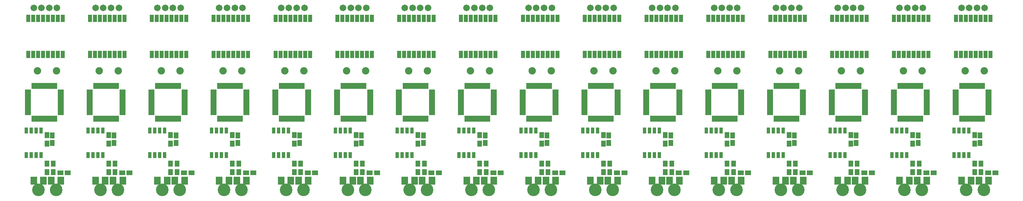
<source format=gbr>
G75*
G70*
%OFA0B0*%
%FSLAX25Y25*%
%IPPOS*%
%LPD*%
%AMOC8*
5,1,8,0,0,1.08239X$1,22.5*
%
%ADD16R,0.03937X0.06299*%
%ADD18C,0.12795*%
%ADD21C,0.07480*%
%ADD24R,0.06299X0.03937*%
%ADD25R,0.06299X0.04528*%
%ADD29R,0.04528X0.06299*%
%ADD34C,0.06724*%
%ADD35R,0.05118X0.06299*%
%ADD37C,0.00394*%
%ADD46R,0.03575X0.06075*%
%ADD47R,0.03937X0.07480*%
%ADD48R,0.06693X0.08268*%
%LPD*%X0000000Y0000000D02*
%LPD*%
G01*
D37*
D29*
X0031614Y0063712D03*
X0031614Y0056232D03*
D25*
X0039874Y0025972D03*
X0047354Y0025972D03*
D35*
X0026114Y0064303D03*
X0026114Y0055641D03*
X0026114Y0035303D03*
X0026114Y0026641D03*
X0032614Y0035303D03*
X0032614Y0026641D03*
D46*
X0020114Y0043972D03*
X0015114Y0043972D03*
X0010114Y0043972D03*
X0005114Y0043972D03*
X0005114Y0068972D03*
X0010114Y0068972D03*
X0015114Y0068972D03*
X0020114Y0068972D03*
D16*
X0012590Y0080740D03*
X0015740Y0080740D03*
X0018890Y0080740D03*
X0022039Y0080740D03*
X0025189Y0080740D03*
X0028338Y0080740D03*
X0031488Y0080740D03*
X0034638Y0080740D03*
D24*
X0040346Y0086448D03*
X0040346Y0089598D03*
X0040346Y0092748D03*
X0040346Y0095897D03*
X0040346Y0099047D03*
X0040346Y0102196D03*
X0040346Y0105346D03*
X0040346Y0108496D03*
D16*
X0034638Y0114204D03*
X0031488Y0114204D03*
X0028338Y0114204D03*
X0025189Y0114204D03*
X0022039Y0114204D03*
X0018890Y0114204D03*
X0015740Y0114204D03*
X0012590Y0114204D03*
D24*
X0006882Y0108496D03*
X0006882Y0105346D03*
X0006882Y0102196D03*
X0006882Y0099047D03*
X0006882Y0095897D03*
X0006882Y0092748D03*
X0006882Y0089598D03*
X0006882Y0086448D03*
D47*
X0007114Y0146165D03*
X0012114Y0146165D03*
X0017114Y0146165D03*
X0022114Y0146165D03*
X0027114Y0146165D03*
X0032114Y0146165D03*
X0037114Y0146165D03*
X0042114Y0146165D03*
X0042114Y0182779D03*
X0037114Y0182779D03*
X0032114Y0182779D03*
X0027114Y0182779D03*
X0022114Y0182779D03*
X0017114Y0182779D03*
X0012114Y0182779D03*
X0007114Y0182779D03*
D18*
X0035472Y0008472D03*
X0017756Y0008472D03*
D48*
X0030551Y0017724D03*
X0022677Y0017724D03*
X0040394Y0017724D03*
X0012834Y0017724D03*
D34*
X0036425Y0193472D03*
X0028551Y0193472D03*
X0020677Y0193472D03*
X0012803Y0193472D03*
D21*
X0016614Y0129472D03*
X0035827Y0129472D03*
%LPD*%X0062756Y0000000D02*
%LPD*%
G01*
D37*
D29*
X0094370Y0063712D03*
X0094370Y0056232D03*
D25*
X0102630Y0025972D03*
X0110110Y0025972D03*
D35*
X0088870Y0064303D03*
X0088870Y0055641D03*
X0088870Y0035303D03*
X0088870Y0026641D03*
X0095370Y0035303D03*
X0095370Y0026641D03*
D46*
X0082870Y0043972D03*
X0077870Y0043972D03*
X0072870Y0043972D03*
X0067870Y0043972D03*
X0067870Y0068972D03*
X0072870Y0068972D03*
X0077870Y0068972D03*
X0082870Y0068972D03*
D16*
X0075346Y0080740D03*
X0078496Y0080740D03*
X0081646Y0080740D03*
X0084795Y0080740D03*
X0087945Y0080740D03*
X0091094Y0080740D03*
X0094244Y0080740D03*
X0097394Y0080740D03*
D24*
X0103102Y0086448D03*
X0103102Y0089598D03*
X0103102Y0092748D03*
X0103102Y0095897D03*
X0103102Y0099047D03*
X0103102Y0102196D03*
X0103102Y0105346D03*
X0103102Y0108496D03*
D16*
X0097394Y0114204D03*
X0094244Y0114204D03*
X0091094Y0114204D03*
X0087945Y0114204D03*
X0084795Y0114204D03*
X0081646Y0114204D03*
X0078496Y0114204D03*
X0075346Y0114204D03*
D24*
X0069638Y0108496D03*
X0069638Y0105346D03*
X0069638Y0102196D03*
X0069638Y0099047D03*
X0069638Y0095897D03*
X0069638Y0092748D03*
X0069638Y0089598D03*
X0069638Y0086448D03*
D47*
X0069870Y0146165D03*
X0074870Y0146165D03*
X0079870Y0146165D03*
X0084870Y0146165D03*
X0089870Y0146165D03*
X0094870Y0146165D03*
X0099870Y0146165D03*
X0104870Y0146165D03*
X0104870Y0182779D03*
X0099870Y0182779D03*
X0094870Y0182779D03*
X0089870Y0182779D03*
X0084870Y0182779D03*
X0079870Y0182779D03*
X0074870Y0182779D03*
X0069870Y0182779D03*
D18*
X0098228Y0008472D03*
X0080512Y0008472D03*
D48*
X0093307Y0017724D03*
X0085433Y0017724D03*
X0103150Y0017724D03*
X0075590Y0017724D03*
D34*
X0099181Y0193472D03*
X0091307Y0193472D03*
X0083433Y0193472D03*
X0075559Y0193472D03*
D21*
X0079370Y0129472D03*
X0098583Y0129472D03*
%LPD*%X0125512Y0000000D02*
%LPD*%
G01*
D37*
D29*
X0157126Y0063712D03*
X0157126Y0056232D03*
D25*
X0165386Y0025972D03*
X0172866Y0025972D03*
D35*
X0151626Y0064303D03*
X0151626Y0055641D03*
X0151626Y0035303D03*
X0151626Y0026641D03*
X0158126Y0035303D03*
X0158126Y0026641D03*
D46*
X0145626Y0043972D03*
X0140626Y0043972D03*
X0135626Y0043972D03*
X0130626Y0043972D03*
X0130626Y0068972D03*
X0135626Y0068972D03*
X0140626Y0068972D03*
X0145626Y0068972D03*
D16*
X0138102Y0080740D03*
X0141252Y0080740D03*
X0144402Y0080740D03*
X0147551Y0080740D03*
X0150701Y0080740D03*
X0153850Y0080740D03*
X0157000Y0080740D03*
X0160150Y0080740D03*
D24*
X0165858Y0086448D03*
X0165858Y0089598D03*
X0165858Y0092748D03*
X0165858Y0095897D03*
X0165858Y0099047D03*
X0165858Y0102196D03*
X0165858Y0105346D03*
X0165858Y0108496D03*
D16*
X0160150Y0114204D03*
X0157000Y0114204D03*
X0153850Y0114204D03*
X0150701Y0114204D03*
X0147551Y0114204D03*
X0144402Y0114204D03*
X0141252Y0114204D03*
X0138102Y0114204D03*
D24*
X0132394Y0108496D03*
X0132394Y0105346D03*
X0132394Y0102196D03*
X0132394Y0099047D03*
X0132394Y0095897D03*
X0132394Y0092748D03*
X0132394Y0089598D03*
X0132394Y0086448D03*
D47*
X0132626Y0146165D03*
X0137626Y0146165D03*
X0142626Y0146165D03*
X0147626Y0146165D03*
X0152626Y0146165D03*
X0157626Y0146165D03*
X0162626Y0146165D03*
X0167626Y0146165D03*
X0167626Y0182779D03*
X0162626Y0182779D03*
X0157626Y0182779D03*
X0152626Y0182779D03*
X0147626Y0182779D03*
X0142626Y0182779D03*
X0137626Y0182779D03*
X0132626Y0182779D03*
D18*
X0160984Y0008472D03*
X0143268Y0008472D03*
D48*
X0156063Y0017724D03*
X0148189Y0017724D03*
X0165906Y0017724D03*
X0138346Y0017724D03*
D34*
X0161937Y0193472D03*
X0154063Y0193472D03*
X0146189Y0193472D03*
X0138315Y0193472D03*
D21*
X0142126Y0129472D03*
X0161339Y0129472D03*
%LPD*%X0188268Y0000000D02*
%LPD*%
G01*
D37*
D29*
X0219882Y0063712D03*
X0219882Y0056232D03*
D25*
X0228142Y0025972D03*
X0235622Y0025972D03*
D35*
X0214382Y0064303D03*
X0214382Y0055641D03*
X0214382Y0035303D03*
X0214382Y0026641D03*
X0220882Y0035303D03*
X0220882Y0026641D03*
D46*
X0208382Y0043972D03*
X0203382Y0043972D03*
X0198382Y0043972D03*
X0193382Y0043972D03*
X0193382Y0068972D03*
X0198382Y0068972D03*
X0203382Y0068972D03*
X0208382Y0068972D03*
D16*
X0200858Y0080740D03*
X0204008Y0080740D03*
X0207158Y0080740D03*
X0210307Y0080740D03*
X0213457Y0080740D03*
X0216606Y0080740D03*
X0219756Y0080740D03*
X0222906Y0080740D03*
D24*
X0228614Y0086448D03*
X0228614Y0089598D03*
X0228614Y0092748D03*
X0228614Y0095897D03*
X0228614Y0099047D03*
X0228614Y0102196D03*
X0228614Y0105346D03*
X0228614Y0108496D03*
D16*
X0222906Y0114204D03*
X0219756Y0114204D03*
X0216606Y0114204D03*
X0213457Y0114204D03*
X0210307Y0114204D03*
X0207158Y0114204D03*
X0204008Y0114204D03*
X0200858Y0114204D03*
D24*
X0195150Y0108496D03*
X0195150Y0105346D03*
X0195150Y0102196D03*
X0195150Y0099047D03*
X0195150Y0095897D03*
X0195150Y0092748D03*
X0195150Y0089598D03*
X0195150Y0086448D03*
D47*
X0195382Y0146165D03*
X0200382Y0146165D03*
X0205382Y0146165D03*
X0210382Y0146165D03*
X0215382Y0146165D03*
X0220382Y0146165D03*
X0225382Y0146165D03*
X0230382Y0146165D03*
X0230382Y0182779D03*
X0225382Y0182779D03*
X0220382Y0182779D03*
X0215382Y0182779D03*
X0210382Y0182779D03*
X0205382Y0182779D03*
X0200382Y0182779D03*
X0195382Y0182779D03*
D18*
X0223740Y0008472D03*
X0206024Y0008472D03*
D48*
X0218819Y0017724D03*
X0210945Y0017724D03*
X0228662Y0017724D03*
X0201102Y0017724D03*
D34*
X0224693Y0193472D03*
X0216819Y0193472D03*
X0208945Y0193472D03*
X0201071Y0193472D03*
D21*
X0204882Y0129472D03*
X0224095Y0129472D03*
%LPD*%X0251024Y0000000D02*
%LPD*%
G01*
D37*
D29*
X0282638Y0063712D03*
X0282638Y0056232D03*
D25*
X0290898Y0025972D03*
X0298378Y0025972D03*
D35*
X0277138Y0064303D03*
X0277138Y0055641D03*
X0277138Y0035303D03*
X0277138Y0026641D03*
X0283638Y0035303D03*
X0283638Y0026641D03*
D46*
X0271138Y0043972D03*
X0266138Y0043972D03*
X0261138Y0043972D03*
X0256138Y0043972D03*
X0256138Y0068972D03*
X0261138Y0068972D03*
X0266138Y0068972D03*
X0271138Y0068972D03*
D16*
X0263614Y0080740D03*
X0266764Y0080740D03*
X0269914Y0080740D03*
X0273063Y0080740D03*
X0276213Y0080740D03*
X0279362Y0080740D03*
X0282512Y0080740D03*
X0285662Y0080740D03*
D24*
X0291370Y0086448D03*
X0291370Y0089598D03*
X0291370Y0092748D03*
X0291370Y0095897D03*
X0291370Y0099047D03*
X0291370Y0102196D03*
X0291370Y0105346D03*
X0291370Y0108496D03*
D16*
X0285662Y0114204D03*
X0282512Y0114204D03*
X0279362Y0114204D03*
X0276213Y0114204D03*
X0273063Y0114204D03*
X0269914Y0114204D03*
X0266764Y0114204D03*
X0263614Y0114204D03*
D24*
X0257906Y0108496D03*
X0257906Y0105346D03*
X0257906Y0102196D03*
X0257906Y0099047D03*
X0257906Y0095897D03*
X0257906Y0092748D03*
X0257906Y0089598D03*
X0257906Y0086448D03*
D47*
X0258138Y0146165D03*
X0263138Y0146165D03*
X0268138Y0146165D03*
X0273138Y0146165D03*
X0278138Y0146165D03*
X0283138Y0146165D03*
X0288138Y0146165D03*
X0293138Y0146165D03*
X0293138Y0182779D03*
X0288138Y0182779D03*
X0283138Y0182779D03*
X0278138Y0182779D03*
X0273138Y0182779D03*
X0268138Y0182779D03*
X0263138Y0182779D03*
X0258138Y0182779D03*
D18*
X0286496Y0008472D03*
X0268780Y0008472D03*
D48*
X0281575Y0017724D03*
X0273701Y0017724D03*
X0291418Y0017724D03*
X0263858Y0017724D03*
D34*
X0287449Y0193472D03*
X0279575Y0193472D03*
X0271701Y0193472D03*
X0263827Y0193472D03*
D21*
X0267638Y0129472D03*
X0286851Y0129472D03*
%LPD*%X0313780Y0000000D02*
%LPD*%
G01*
D37*
D29*
X0345394Y0063712D03*
X0345394Y0056232D03*
D25*
X0353654Y0025972D03*
X0361134Y0025972D03*
D35*
X0339894Y0064303D03*
X0339894Y0055641D03*
X0339894Y0035303D03*
X0339894Y0026641D03*
X0346394Y0035303D03*
X0346394Y0026641D03*
D46*
X0333894Y0043972D03*
X0328894Y0043972D03*
X0323894Y0043972D03*
X0318894Y0043972D03*
X0318894Y0068972D03*
X0323894Y0068972D03*
X0328894Y0068972D03*
X0333894Y0068972D03*
D16*
X0326370Y0080740D03*
X0329520Y0080740D03*
X0332670Y0080740D03*
X0335819Y0080740D03*
X0338969Y0080740D03*
X0342118Y0080740D03*
X0345268Y0080740D03*
X0348418Y0080740D03*
D24*
X0354126Y0086448D03*
X0354126Y0089598D03*
X0354126Y0092748D03*
X0354126Y0095897D03*
X0354126Y0099047D03*
X0354126Y0102196D03*
X0354126Y0105346D03*
X0354126Y0108496D03*
D16*
X0348418Y0114204D03*
X0345268Y0114204D03*
X0342118Y0114204D03*
X0338969Y0114204D03*
X0335819Y0114204D03*
X0332670Y0114204D03*
X0329520Y0114204D03*
X0326370Y0114204D03*
D24*
X0320662Y0108496D03*
X0320662Y0105346D03*
X0320662Y0102196D03*
X0320662Y0099047D03*
X0320662Y0095897D03*
X0320662Y0092748D03*
X0320662Y0089598D03*
X0320662Y0086448D03*
D47*
X0320894Y0146165D03*
X0325894Y0146165D03*
X0330894Y0146165D03*
X0335894Y0146165D03*
X0340894Y0146165D03*
X0345894Y0146165D03*
X0350894Y0146165D03*
X0355894Y0146165D03*
X0355894Y0182779D03*
X0350894Y0182779D03*
X0345894Y0182779D03*
X0340894Y0182779D03*
X0335894Y0182779D03*
X0330894Y0182779D03*
X0325894Y0182779D03*
X0320894Y0182779D03*
D18*
X0349252Y0008472D03*
X0331536Y0008472D03*
D48*
X0344331Y0017724D03*
X0336457Y0017724D03*
X0354174Y0017724D03*
X0326614Y0017724D03*
D34*
X0350205Y0193472D03*
X0342331Y0193472D03*
X0334457Y0193472D03*
X0326583Y0193472D03*
D21*
X0330394Y0129472D03*
X0349607Y0129472D03*
%LPD*%X0376536Y0000000D02*
%LPD*%
G01*
D37*
D29*
X0408150Y0063712D03*
X0408150Y0056232D03*
D25*
X0416410Y0025972D03*
X0423890Y0025972D03*
D35*
X0402650Y0064303D03*
X0402650Y0055641D03*
X0402650Y0035303D03*
X0402650Y0026641D03*
X0409150Y0035303D03*
X0409150Y0026641D03*
D46*
X0396650Y0043972D03*
X0391650Y0043972D03*
X0386650Y0043972D03*
X0381650Y0043972D03*
X0381650Y0068972D03*
X0386650Y0068972D03*
X0391650Y0068972D03*
X0396650Y0068972D03*
D16*
X0389126Y0080740D03*
X0392276Y0080740D03*
X0395426Y0080740D03*
X0398575Y0080740D03*
X0401725Y0080740D03*
X0404874Y0080740D03*
X0408024Y0080740D03*
X0411174Y0080740D03*
D24*
X0416882Y0086448D03*
X0416882Y0089598D03*
X0416882Y0092748D03*
X0416882Y0095897D03*
X0416882Y0099047D03*
X0416882Y0102196D03*
X0416882Y0105346D03*
X0416882Y0108496D03*
D16*
X0411174Y0114204D03*
X0408024Y0114204D03*
X0404874Y0114204D03*
X0401725Y0114204D03*
X0398575Y0114204D03*
X0395426Y0114204D03*
X0392276Y0114204D03*
X0389126Y0114204D03*
D24*
X0383418Y0108496D03*
X0383418Y0105346D03*
X0383418Y0102196D03*
X0383418Y0099047D03*
X0383418Y0095897D03*
X0383418Y0092748D03*
X0383418Y0089598D03*
X0383418Y0086448D03*
D47*
X0383650Y0146165D03*
X0388650Y0146165D03*
X0393650Y0146165D03*
X0398650Y0146165D03*
X0403650Y0146165D03*
X0408650Y0146165D03*
X0413650Y0146165D03*
X0418650Y0146165D03*
X0418650Y0182779D03*
X0413650Y0182779D03*
X0408650Y0182779D03*
X0403650Y0182779D03*
X0398650Y0182779D03*
X0393650Y0182779D03*
X0388650Y0182779D03*
X0383650Y0182779D03*
D18*
X0412008Y0008472D03*
X0394292Y0008472D03*
D48*
X0407087Y0017724D03*
X0399213Y0017724D03*
X0416930Y0017724D03*
X0389370Y0017724D03*
D34*
X0412961Y0193472D03*
X0405087Y0193472D03*
X0397213Y0193472D03*
X0389339Y0193472D03*
D21*
X0393150Y0129472D03*
X0412363Y0129472D03*
%LPD*%X0439292Y0000000D02*
%LPD*%
G01*
D37*
D29*
X0470906Y0063712D03*
X0470906Y0056232D03*
D25*
X0479166Y0025972D03*
X0486646Y0025972D03*
D35*
X0465406Y0064303D03*
X0465406Y0055641D03*
X0465406Y0035303D03*
X0465406Y0026641D03*
X0471906Y0035303D03*
X0471906Y0026641D03*
D46*
X0459406Y0043972D03*
X0454406Y0043972D03*
X0449406Y0043972D03*
X0444406Y0043972D03*
X0444406Y0068972D03*
X0449406Y0068972D03*
X0454406Y0068972D03*
X0459406Y0068972D03*
D16*
X0451882Y0080740D03*
X0455032Y0080740D03*
X0458182Y0080740D03*
X0461331Y0080740D03*
X0464481Y0080740D03*
X0467630Y0080740D03*
X0470780Y0080740D03*
X0473930Y0080740D03*
D24*
X0479638Y0086448D03*
X0479638Y0089598D03*
X0479638Y0092748D03*
X0479638Y0095897D03*
X0479638Y0099047D03*
X0479638Y0102196D03*
X0479638Y0105346D03*
X0479638Y0108496D03*
D16*
X0473930Y0114204D03*
X0470780Y0114204D03*
X0467630Y0114204D03*
X0464481Y0114204D03*
X0461331Y0114204D03*
X0458182Y0114204D03*
X0455032Y0114204D03*
X0451882Y0114204D03*
D24*
X0446174Y0108496D03*
X0446174Y0105346D03*
X0446174Y0102196D03*
X0446174Y0099047D03*
X0446174Y0095897D03*
X0446174Y0092748D03*
X0446174Y0089598D03*
X0446174Y0086448D03*
D47*
X0446406Y0146165D03*
X0451406Y0146165D03*
X0456406Y0146165D03*
X0461406Y0146165D03*
X0466406Y0146165D03*
X0471406Y0146165D03*
X0476406Y0146165D03*
X0481406Y0146165D03*
X0481406Y0182779D03*
X0476406Y0182779D03*
X0471406Y0182779D03*
X0466406Y0182779D03*
X0461406Y0182779D03*
X0456406Y0182779D03*
X0451406Y0182779D03*
X0446406Y0182779D03*
D18*
X0474764Y0008472D03*
X0457048Y0008472D03*
D48*
X0469843Y0017724D03*
X0461969Y0017724D03*
X0479686Y0017724D03*
X0452126Y0017724D03*
D34*
X0475717Y0193472D03*
X0467843Y0193472D03*
X0459969Y0193472D03*
X0452095Y0193472D03*
D21*
X0455906Y0129472D03*
X0475119Y0129472D03*
%LPD*%X0502048Y0000000D02*
%LPD*%
G01*
D37*
D29*
X0533662Y0063712D03*
X0533662Y0056232D03*
D25*
X0541922Y0025972D03*
X0549402Y0025972D03*
D35*
X0528162Y0064303D03*
X0528162Y0055641D03*
X0528162Y0035303D03*
X0528162Y0026641D03*
X0534662Y0035303D03*
X0534662Y0026641D03*
D46*
X0522162Y0043972D03*
X0517162Y0043972D03*
X0512162Y0043972D03*
X0507162Y0043972D03*
X0507162Y0068972D03*
X0512162Y0068972D03*
X0517162Y0068972D03*
X0522162Y0068972D03*
D16*
X0514638Y0080740D03*
X0517788Y0080740D03*
X0520938Y0080740D03*
X0524087Y0080740D03*
X0527237Y0080740D03*
X0530386Y0080740D03*
X0533536Y0080740D03*
X0536686Y0080740D03*
D24*
X0542394Y0086448D03*
X0542394Y0089598D03*
X0542394Y0092748D03*
X0542394Y0095897D03*
X0542394Y0099047D03*
X0542394Y0102196D03*
X0542394Y0105346D03*
X0542394Y0108496D03*
D16*
X0536686Y0114204D03*
X0533536Y0114204D03*
X0530386Y0114204D03*
X0527237Y0114204D03*
X0524087Y0114204D03*
X0520938Y0114204D03*
X0517788Y0114204D03*
X0514638Y0114204D03*
D24*
X0508930Y0108496D03*
X0508930Y0105346D03*
X0508930Y0102196D03*
X0508930Y0099047D03*
X0508930Y0095897D03*
X0508930Y0092748D03*
X0508930Y0089598D03*
X0508930Y0086448D03*
D47*
X0509162Y0146165D03*
X0514162Y0146165D03*
X0519162Y0146165D03*
X0524162Y0146165D03*
X0529162Y0146165D03*
X0534162Y0146165D03*
X0539162Y0146165D03*
X0544162Y0146165D03*
X0544162Y0182779D03*
X0539162Y0182779D03*
X0534162Y0182779D03*
X0529162Y0182779D03*
X0524162Y0182779D03*
X0519162Y0182779D03*
X0514162Y0182779D03*
X0509162Y0182779D03*
D18*
X0537520Y0008472D03*
X0519804Y0008472D03*
D48*
X0532599Y0017724D03*
X0524725Y0017724D03*
X0542442Y0017724D03*
X0514882Y0017724D03*
D34*
X0538473Y0193472D03*
X0530599Y0193472D03*
X0522725Y0193472D03*
X0514851Y0193472D03*
D21*
X0518662Y0129472D03*
X0537875Y0129472D03*
%LPD*%X0564804Y0000000D02*
%LPD*%
G01*
D37*
D29*
X0596418Y0063712D03*
X0596418Y0056232D03*
D25*
X0604678Y0025972D03*
X0612158Y0025972D03*
D35*
X0590918Y0064303D03*
X0590918Y0055641D03*
X0590918Y0035303D03*
X0590918Y0026641D03*
X0597418Y0035303D03*
X0597418Y0026641D03*
D46*
X0584918Y0043972D03*
X0579918Y0043972D03*
X0574918Y0043972D03*
X0569918Y0043972D03*
X0569918Y0068972D03*
X0574918Y0068972D03*
X0579918Y0068972D03*
X0584918Y0068972D03*
D16*
X0577394Y0080740D03*
X0580544Y0080740D03*
X0583694Y0080740D03*
X0586843Y0080740D03*
X0589993Y0080740D03*
X0593142Y0080740D03*
X0596292Y0080740D03*
X0599442Y0080740D03*
D24*
X0605150Y0086448D03*
X0605150Y0089598D03*
X0605150Y0092748D03*
X0605150Y0095897D03*
X0605150Y0099047D03*
X0605150Y0102196D03*
X0605150Y0105346D03*
X0605150Y0108496D03*
D16*
X0599442Y0114204D03*
X0596292Y0114204D03*
X0593142Y0114204D03*
X0589993Y0114204D03*
X0586843Y0114204D03*
X0583694Y0114204D03*
X0580544Y0114204D03*
X0577394Y0114204D03*
D24*
X0571686Y0108496D03*
X0571686Y0105346D03*
X0571686Y0102196D03*
X0571686Y0099047D03*
X0571686Y0095897D03*
X0571686Y0092748D03*
X0571686Y0089598D03*
X0571686Y0086448D03*
D47*
X0571918Y0146165D03*
X0576918Y0146165D03*
X0581918Y0146165D03*
X0586918Y0146165D03*
X0591918Y0146165D03*
X0596918Y0146165D03*
X0601918Y0146165D03*
X0606918Y0146165D03*
X0606918Y0182779D03*
X0601918Y0182779D03*
X0596918Y0182779D03*
X0591918Y0182779D03*
X0586918Y0182779D03*
X0581918Y0182779D03*
X0576918Y0182779D03*
X0571918Y0182779D03*
D18*
X0600276Y0008472D03*
X0582560Y0008472D03*
D48*
X0595355Y0017724D03*
X0587481Y0017724D03*
X0605198Y0017724D03*
X0577638Y0017724D03*
D34*
X0601229Y0193472D03*
X0593355Y0193472D03*
X0585481Y0193472D03*
X0577607Y0193472D03*
D21*
X0581418Y0129472D03*
X0600631Y0129472D03*
%LPD*%X0627560Y0000000D02*
%LPD*%
G01*
D37*
D29*
X0659174Y0063712D03*
X0659174Y0056232D03*
D25*
X0667434Y0025972D03*
X0674914Y0025972D03*
D35*
X0653674Y0064303D03*
X0653674Y0055641D03*
X0653674Y0035303D03*
X0653674Y0026641D03*
X0660174Y0035303D03*
X0660174Y0026641D03*
D46*
X0647674Y0043972D03*
X0642674Y0043972D03*
X0637674Y0043972D03*
X0632674Y0043972D03*
X0632674Y0068972D03*
X0637674Y0068972D03*
X0642674Y0068972D03*
X0647674Y0068972D03*
D16*
X0640150Y0080740D03*
X0643300Y0080740D03*
X0646450Y0080740D03*
X0649599Y0080740D03*
X0652749Y0080740D03*
X0655898Y0080740D03*
X0659048Y0080740D03*
X0662198Y0080740D03*
D24*
X0667906Y0086448D03*
X0667906Y0089598D03*
X0667906Y0092748D03*
X0667906Y0095897D03*
X0667906Y0099047D03*
X0667906Y0102196D03*
X0667906Y0105346D03*
X0667906Y0108496D03*
D16*
X0662198Y0114204D03*
X0659048Y0114204D03*
X0655898Y0114204D03*
X0652749Y0114204D03*
X0649599Y0114204D03*
X0646450Y0114204D03*
X0643300Y0114204D03*
X0640150Y0114204D03*
D24*
X0634442Y0108496D03*
X0634442Y0105346D03*
X0634442Y0102196D03*
X0634442Y0099047D03*
X0634442Y0095897D03*
X0634442Y0092748D03*
X0634442Y0089598D03*
X0634442Y0086448D03*
D47*
X0634674Y0146165D03*
X0639674Y0146165D03*
X0644674Y0146165D03*
X0649674Y0146165D03*
X0654674Y0146165D03*
X0659674Y0146165D03*
X0664674Y0146165D03*
X0669674Y0146165D03*
X0669674Y0182779D03*
X0664674Y0182779D03*
X0659674Y0182779D03*
X0654674Y0182779D03*
X0649674Y0182779D03*
X0644674Y0182779D03*
X0639674Y0182779D03*
X0634674Y0182779D03*
D18*
X0663032Y0008472D03*
X0645316Y0008472D03*
D48*
X0658111Y0017724D03*
X0650237Y0017724D03*
X0667954Y0017724D03*
X0640394Y0017724D03*
D34*
X0663985Y0193472D03*
X0656111Y0193472D03*
X0648237Y0193472D03*
X0640363Y0193472D03*
D21*
X0644174Y0129472D03*
X0663387Y0129472D03*
%LPD*%X0690316Y0000000D02*
%LPD*%
G01*
D37*
D29*
X0721930Y0063712D03*
X0721930Y0056232D03*
D25*
X0730190Y0025972D03*
X0737670Y0025972D03*
D35*
X0716430Y0064303D03*
X0716430Y0055641D03*
X0716430Y0035303D03*
X0716430Y0026641D03*
X0722930Y0035303D03*
X0722930Y0026641D03*
D46*
X0710430Y0043972D03*
X0705430Y0043972D03*
X0700430Y0043972D03*
X0695430Y0043972D03*
X0695430Y0068972D03*
X0700430Y0068972D03*
X0705430Y0068972D03*
X0710430Y0068972D03*
D16*
X0702906Y0080740D03*
X0706056Y0080740D03*
X0709206Y0080740D03*
X0712355Y0080740D03*
X0715505Y0080740D03*
X0718654Y0080740D03*
X0721804Y0080740D03*
X0724954Y0080740D03*
D24*
X0730662Y0086448D03*
X0730662Y0089598D03*
X0730662Y0092748D03*
X0730662Y0095897D03*
X0730662Y0099047D03*
X0730662Y0102196D03*
X0730662Y0105346D03*
X0730662Y0108496D03*
D16*
X0724954Y0114204D03*
X0721804Y0114204D03*
X0718654Y0114204D03*
X0715505Y0114204D03*
X0712355Y0114204D03*
X0709206Y0114204D03*
X0706056Y0114204D03*
X0702906Y0114204D03*
D24*
X0697198Y0108496D03*
X0697198Y0105346D03*
X0697198Y0102196D03*
X0697198Y0099047D03*
X0697198Y0095897D03*
X0697198Y0092748D03*
X0697198Y0089598D03*
X0697198Y0086448D03*
D47*
X0697430Y0146165D03*
X0702430Y0146165D03*
X0707430Y0146165D03*
X0712430Y0146165D03*
X0717430Y0146165D03*
X0722430Y0146165D03*
X0727430Y0146165D03*
X0732430Y0146165D03*
X0732430Y0182779D03*
X0727430Y0182779D03*
X0722430Y0182779D03*
X0717430Y0182779D03*
X0712430Y0182779D03*
X0707430Y0182779D03*
X0702430Y0182779D03*
X0697430Y0182779D03*
D18*
X0725788Y0008472D03*
X0708072Y0008472D03*
D48*
X0720867Y0017724D03*
X0712993Y0017724D03*
X0730710Y0017724D03*
X0703150Y0017724D03*
D34*
X0726741Y0193472D03*
X0718867Y0193472D03*
X0710993Y0193472D03*
X0703119Y0193472D03*
D21*
X0706930Y0129472D03*
X0726143Y0129472D03*
%LPD*%X0753072Y0000000D02*
%LPD*%
G01*
D37*
D29*
X0784686Y0063712D03*
X0784686Y0056232D03*
D25*
X0792946Y0025972D03*
X0800426Y0025972D03*
D35*
X0779186Y0064303D03*
X0779186Y0055641D03*
X0779186Y0035303D03*
X0779186Y0026641D03*
X0785686Y0035303D03*
X0785686Y0026641D03*
D46*
X0773186Y0043972D03*
X0768186Y0043972D03*
X0763186Y0043972D03*
X0758186Y0043972D03*
X0758186Y0068972D03*
X0763186Y0068972D03*
X0768186Y0068972D03*
X0773186Y0068972D03*
D16*
X0765662Y0080740D03*
X0768812Y0080740D03*
X0771962Y0080740D03*
X0775111Y0080740D03*
X0778261Y0080740D03*
X0781410Y0080740D03*
X0784560Y0080740D03*
X0787710Y0080740D03*
D24*
X0793418Y0086448D03*
X0793418Y0089598D03*
X0793418Y0092748D03*
X0793418Y0095897D03*
X0793418Y0099047D03*
X0793418Y0102196D03*
X0793418Y0105346D03*
X0793418Y0108496D03*
D16*
X0787710Y0114204D03*
X0784560Y0114204D03*
X0781410Y0114204D03*
X0778261Y0114204D03*
X0775111Y0114204D03*
X0771962Y0114204D03*
X0768812Y0114204D03*
X0765662Y0114204D03*
D24*
X0759954Y0108496D03*
X0759954Y0105346D03*
X0759954Y0102196D03*
X0759954Y0099047D03*
X0759954Y0095897D03*
X0759954Y0092748D03*
X0759954Y0089598D03*
X0759954Y0086448D03*
D47*
X0760186Y0146165D03*
X0765186Y0146165D03*
X0770186Y0146165D03*
X0775186Y0146165D03*
X0780186Y0146165D03*
X0785186Y0146165D03*
X0790186Y0146165D03*
X0795186Y0146165D03*
X0795186Y0182779D03*
X0790186Y0182779D03*
X0785186Y0182779D03*
X0780186Y0182779D03*
X0775186Y0182779D03*
X0770186Y0182779D03*
X0765186Y0182779D03*
X0760186Y0182779D03*
D18*
X0788544Y0008472D03*
X0770828Y0008472D03*
D48*
X0783623Y0017724D03*
X0775749Y0017724D03*
X0793466Y0017724D03*
X0765906Y0017724D03*
D34*
X0789497Y0193472D03*
X0781623Y0193472D03*
X0773749Y0193472D03*
X0765875Y0193472D03*
D21*
X0769686Y0129472D03*
X0788899Y0129472D03*
%LPD*%X0815828Y0000000D02*
%LPD*%
G01*
D37*
D29*
X0847442Y0063712D03*
X0847442Y0056232D03*
D25*
X0855702Y0025972D03*
X0863182Y0025972D03*
D35*
X0841942Y0064303D03*
X0841942Y0055641D03*
X0841942Y0035303D03*
X0841942Y0026641D03*
X0848442Y0035303D03*
X0848442Y0026641D03*
D46*
X0835942Y0043972D03*
X0830942Y0043972D03*
X0825942Y0043972D03*
X0820942Y0043972D03*
X0820942Y0068972D03*
X0825942Y0068972D03*
X0830942Y0068972D03*
X0835942Y0068972D03*
D16*
X0828418Y0080740D03*
X0831568Y0080740D03*
X0834718Y0080740D03*
X0837867Y0080740D03*
X0841017Y0080740D03*
X0844166Y0080740D03*
X0847316Y0080740D03*
X0850466Y0080740D03*
D24*
X0856174Y0086448D03*
X0856174Y0089598D03*
X0856174Y0092748D03*
X0856174Y0095897D03*
X0856174Y0099047D03*
X0856174Y0102196D03*
X0856174Y0105346D03*
X0856174Y0108496D03*
D16*
X0850466Y0114204D03*
X0847316Y0114204D03*
X0844166Y0114204D03*
X0841017Y0114204D03*
X0837867Y0114204D03*
X0834718Y0114204D03*
X0831568Y0114204D03*
X0828418Y0114204D03*
D24*
X0822710Y0108496D03*
X0822710Y0105346D03*
X0822710Y0102196D03*
X0822710Y0099047D03*
X0822710Y0095897D03*
X0822710Y0092748D03*
X0822710Y0089598D03*
X0822710Y0086448D03*
D47*
X0822942Y0146165D03*
X0827942Y0146165D03*
X0832942Y0146165D03*
X0837942Y0146165D03*
X0842942Y0146165D03*
X0847942Y0146165D03*
X0852942Y0146165D03*
X0857942Y0146165D03*
X0857942Y0182779D03*
X0852942Y0182779D03*
X0847942Y0182779D03*
X0842942Y0182779D03*
X0837942Y0182779D03*
X0832942Y0182779D03*
X0827942Y0182779D03*
X0822942Y0182779D03*
D18*
X0851300Y0008472D03*
X0833584Y0008472D03*
D48*
X0846379Y0017724D03*
X0838505Y0017724D03*
X0856222Y0017724D03*
X0828662Y0017724D03*
D34*
X0852253Y0193472D03*
X0844379Y0193472D03*
X0836505Y0193472D03*
X0828631Y0193472D03*
D21*
X0832442Y0129472D03*
X0851655Y0129472D03*
%LPD*%X0878584Y0000000D02*
%LPD*%
G01*
D37*
D29*
X0910198Y0063712D03*
X0910198Y0056232D03*
D25*
X0918458Y0025972D03*
X0925938Y0025972D03*
D35*
X0904698Y0064303D03*
X0904698Y0055641D03*
X0904698Y0035303D03*
X0904698Y0026641D03*
X0911198Y0035303D03*
X0911198Y0026641D03*
D46*
X0898698Y0043972D03*
X0893698Y0043972D03*
X0888698Y0043972D03*
X0883698Y0043972D03*
X0883698Y0068972D03*
X0888698Y0068972D03*
X0893698Y0068972D03*
X0898698Y0068972D03*
D16*
X0891174Y0080740D03*
X0894324Y0080740D03*
X0897474Y0080740D03*
X0900623Y0080740D03*
X0903773Y0080740D03*
X0906922Y0080740D03*
X0910072Y0080740D03*
X0913222Y0080740D03*
D24*
X0918930Y0086448D03*
X0918930Y0089598D03*
X0918930Y0092748D03*
X0918930Y0095897D03*
X0918930Y0099047D03*
X0918930Y0102196D03*
X0918930Y0105346D03*
X0918930Y0108496D03*
D16*
X0913222Y0114204D03*
X0910072Y0114204D03*
X0906922Y0114204D03*
X0903773Y0114204D03*
X0900623Y0114204D03*
X0897474Y0114204D03*
X0894324Y0114204D03*
X0891174Y0114204D03*
D24*
X0885466Y0108496D03*
X0885466Y0105346D03*
X0885466Y0102196D03*
X0885466Y0099047D03*
X0885466Y0095897D03*
X0885466Y0092748D03*
X0885466Y0089598D03*
X0885466Y0086448D03*
D47*
X0885698Y0146165D03*
X0890698Y0146165D03*
X0895698Y0146165D03*
X0900698Y0146165D03*
X0905698Y0146165D03*
X0910698Y0146165D03*
X0915698Y0146165D03*
X0920698Y0146165D03*
X0920698Y0182779D03*
X0915698Y0182779D03*
X0910698Y0182779D03*
X0905698Y0182779D03*
X0900698Y0182779D03*
X0895698Y0182779D03*
X0890698Y0182779D03*
X0885698Y0182779D03*
D18*
X0914056Y0008472D03*
X0896340Y0008472D03*
D48*
X0909135Y0017724D03*
X0901261Y0017724D03*
X0918978Y0017724D03*
X0891418Y0017724D03*
D34*
X0915009Y0193472D03*
X0907135Y0193472D03*
X0899261Y0193472D03*
X0891387Y0193472D03*
D21*
X0895198Y0129472D03*
X0914411Y0129472D03*
%LPD*%X0941340Y0000000D02*
%LPD*%
G01*
D37*
D29*
X0972954Y0063712D03*
X0972954Y0056232D03*
D25*
X0981214Y0025972D03*
X0988694Y0025972D03*
D35*
X0967454Y0064303D03*
X0967454Y0055641D03*
X0967454Y0035303D03*
X0967454Y0026641D03*
X0973954Y0035303D03*
X0973954Y0026641D03*
D46*
X0961454Y0043972D03*
X0956454Y0043972D03*
X0951454Y0043972D03*
X0946454Y0043972D03*
X0946454Y0068972D03*
X0951454Y0068972D03*
X0956454Y0068972D03*
X0961454Y0068972D03*
D16*
X0953930Y0080740D03*
X0957080Y0080740D03*
X0960230Y0080740D03*
X0963379Y0080740D03*
X0966529Y0080740D03*
X0969678Y0080740D03*
X0972828Y0080740D03*
X0975978Y0080740D03*
D24*
X0981686Y0086448D03*
X0981686Y0089598D03*
X0981686Y0092748D03*
X0981686Y0095897D03*
X0981686Y0099047D03*
X0981686Y0102196D03*
X0981686Y0105346D03*
X0981686Y0108496D03*
D16*
X0975978Y0114204D03*
X0972828Y0114204D03*
X0969678Y0114204D03*
X0966529Y0114204D03*
X0963379Y0114204D03*
X0960230Y0114204D03*
X0957080Y0114204D03*
X0953930Y0114204D03*
D24*
X0948222Y0108496D03*
X0948222Y0105346D03*
X0948222Y0102196D03*
X0948222Y0099047D03*
X0948222Y0095897D03*
X0948222Y0092748D03*
X0948222Y0089598D03*
X0948222Y0086448D03*
D47*
X0948454Y0146165D03*
X0953454Y0146165D03*
X0958454Y0146165D03*
X0963454Y0146165D03*
X0968454Y0146165D03*
X0973454Y0146165D03*
X0978454Y0146165D03*
X0983454Y0146165D03*
X0983454Y0182779D03*
X0978454Y0182779D03*
X0973454Y0182779D03*
X0968454Y0182779D03*
X0963454Y0182779D03*
X0958454Y0182779D03*
X0953454Y0182779D03*
X0948454Y0182779D03*
D18*
X0976812Y0008472D03*
X0959096Y0008472D03*
D48*
X0971891Y0017724D03*
X0964017Y0017724D03*
X0981734Y0017724D03*
X0954174Y0017724D03*
D34*
X0977765Y0193472D03*
X0969891Y0193472D03*
X0962017Y0193472D03*
X0954143Y0193472D03*
D21*
X0957954Y0129472D03*
X0977167Y0129472D03*
M02*

</source>
